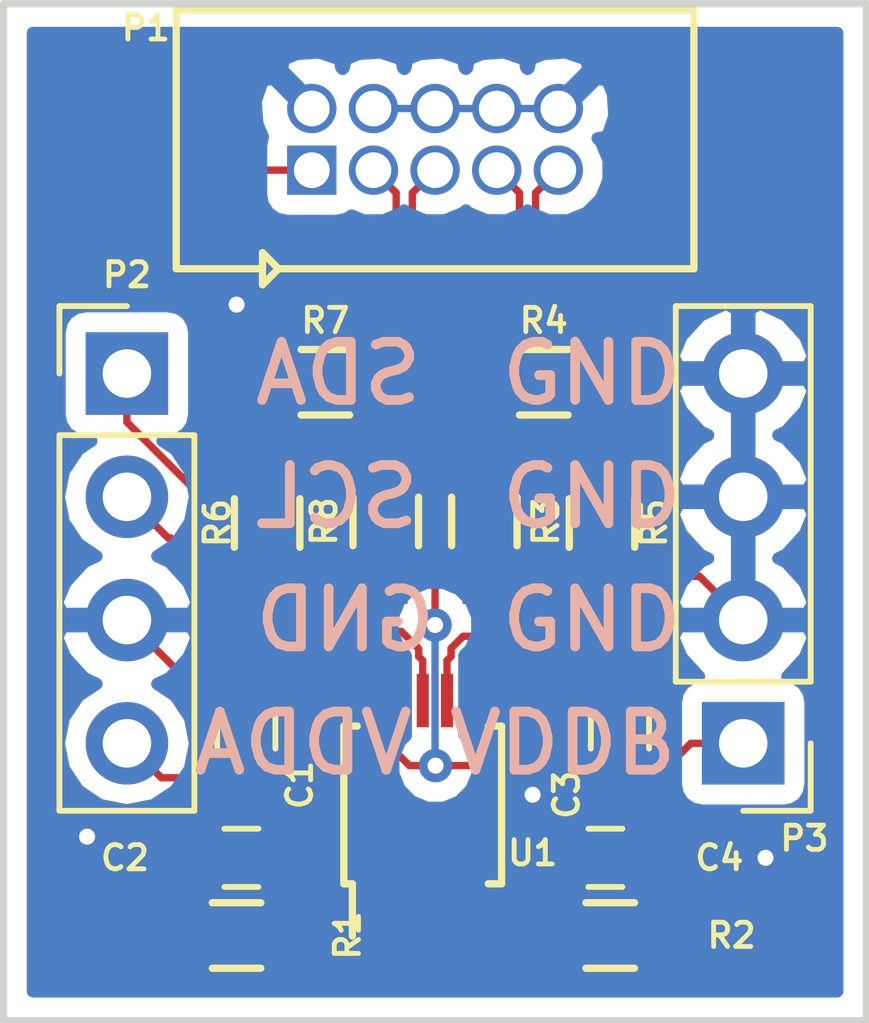
<source format=kicad_pcb>
(kicad_pcb (version 4) (host pcbnew 4.0.4+e1-6308~48~ubuntu15.10.1-stable)

  (general
    (links 41)
    (no_connects 0)
    (area 100.424267 99.6566 123.095734 123.7274)
    (thickness 1.6)
    (drawings 12)
    (tracks 149)
    (zones 0)
    (modules 16)
    (nets 11)
  )

  (page A4)
  (layers
    (0 F.Cu signal)
    (31 B.Cu signal)
    (32 B.Adhes user hide)
    (33 F.Adhes user)
    (34 B.Paste user)
    (35 F.Paste user)
    (36 B.SilkS user)
    (37 F.SilkS user)
    (38 B.Mask user)
    (39 F.Mask user)
    (40 Dwgs.User user)
    (41 Cmts.User user)
    (42 Eco1.User user)
    (43 Eco2.User user)
    (44 Edge.Cuts user)
    (45 Margin user)
    (46 B.CrtYd user)
    (47 F.CrtYd user)
    (48 B.Fab user hide)
    (49 F.Fab user hide)
  )

  (setup
    (last_trace_width 0.1524)
    (trace_clearance 0.1524)
    (zone_clearance 0.4)
    (zone_45_only no)
    (trace_min 0.1524)
    (segment_width 0.2)
    (edge_width 0.15)
    (via_size 0.6858)
    (via_drill 0.3302)
    (via_min_size 0.6858)
    (via_min_drill 0.3302)
    (uvia_size 0.0254)
    (uvia_drill 0)
    (uvias_allowed no)
    (uvia_min_size 0)
    (uvia_min_drill 0)
    (pcb_text_width 0.3)
    (pcb_text_size 1.5 1.5)
    (mod_edge_width 0.15)
    (mod_text_size 1 1)
    (mod_text_width 0.15)
    (pad_size 1.524 1.524)
    (pad_drill 0.762)
    (pad_to_mask_clearance 0.1)
    (aux_axis_origin 102.87 101.6)
    (grid_origin 102.87 101.6)
    (visible_elements FFFFFF7F)
    (pcbplotparams
      (layerselection 0x00030_80000001)
      (usegerberextensions false)
      (excludeedgelayer true)
      (linewidth 0.100000)
      (plotframeref false)
      (viasonmask false)
      (mode 1)
      (useauxorigin false)
      (hpglpennumber 1)
      (hpglpenspeed 20)
      (hpglpendiameter 15)
      (hpglpenoverlay 2)
      (psnegative false)
      (psa4output false)
      (plotreference true)
      (plotvalue true)
      (plotinvisibletext false)
      (padsonsilk false)
      (subtractmaskfromsilk false)
      (outputformat 1)
      (mirror false)
      (drillshape 1)
      (scaleselection 1)
      (outputdirectory ""))
  )

  (net 0 "")
  (net 1 VDDA)
  (net 2 GNDD)
  (net 3 VDDB)
  (net 4 "Net-(P1-Pad1)")
  (net 5 /DSDA0_N)
  (net 6 /DSDA0_P)
  (net 7 /DSCL0_P)
  (net 8 /DSCL0_N)
  (net 9 /SDA)
  (net 10 /SCL)

  (net_class Default "This is the default net class."
    (clearance 0.1524)
    (trace_width 0.1524)
    (via_dia 0.6858)
    (via_drill 0.3302)
    (uvia_dia 0.0254)
    (uvia_drill 0)
    (add_net /DSCL0_N)
    (add_net /DSCL0_P)
    (add_net /DSDA0_N)
    (add_net /DSDA0_P)
    (add_net /SCL)
    (add_net /SDA)
    (add_net GNDD)
    (add_net "Net-(P1-Pad1)")
    (add_net VDDA)
    (add_net VDDB)
  )

  (module Capacitors_SMD:C_0603_HandSoldering (layer F.Cu) (tedit 588E805A) (tstamp 588E7071)
    (at 107.87 116.6 90)
    (descr "Capacitor SMD 0603, hand soldering")
    (tags "capacitor 0603")
    (path /5879C083)
    (attr smd)
    (fp_text reference C1 (at -1.1 1.1 270) (layer F.SilkS)
      (effects (font (size 0.5 0.5) (thickness 0.1)))
    )
    (fp_text value 1uF (at 0 1.9 90) (layer F.Fab)
      (effects (font (size 1 1) (thickness 0.15)))
    )
    (fp_line (start -0.8 0.4) (end -0.8 -0.4) (layer F.Fab) (width 0.1))
    (fp_line (start 0.8 0.4) (end -0.8 0.4) (layer F.Fab) (width 0.1))
    (fp_line (start 0.8 -0.4) (end 0.8 0.4) (layer F.Fab) (width 0.1))
    (fp_line (start -0.8 -0.4) (end 0.8 -0.4) (layer F.Fab) (width 0.1))
    (fp_line (start -1.85 -0.75) (end 1.85 -0.75) (layer F.CrtYd) (width 0.05))
    (fp_line (start -1.85 0.75) (end 1.85 0.75) (layer F.CrtYd) (width 0.05))
    (fp_line (start -1.85 -0.75) (end -1.85 0.75) (layer F.CrtYd) (width 0.05))
    (fp_line (start 1.85 -0.75) (end 1.85 0.75) (layer F.CrtYd) (width 0.05))
    (fp_line (start -0.35 -0.6) (end 0.35 -0.6) (layer F.SilkS) (width 0.12))
    (fp_line (start 0.35 0.6) (end -0.35 0.6) (layer F.SilkS) (width 0.12))
    (pad 1 smd rect (at -0.95 0 90) (size 1.2 0.75) (layers F.Cu F.Paste F.Mask)
      (net 1 VDDA))
    (pad 2 smd rect (at 0.95 0 90) (size 1.2 0.75) (layers F.Cu F.Paste F.Mask)
      (net 2 GNDD))
    (model Capacitors_SMD.3dshapes/C_0603_HandSoldering.wrl
      (at (xyz 0 0 0))
      (scale (xyz 1 1 1))
      (rotate (xyz 0 0 0))
    )
  )

  (module Capacitors_SMD:C_0603_HandSoldering (layer F.Cu) (tedit 588E8053) (tstamp 588E7077)
    (at 107.77 119.2 180)
    (descr "Capacitor SMD 0603, hand soldering")
    (tags "capacitor 0603")
    (path /5879BF70)
    (attr smd)
    (fp_text reference C2 (at 2.4 0 360) (layer F.SilkS)
      (effects (font (size 0.5 0.5) (thickness 0.1)))
    )
    (fp_text value 0.1uF (at 0 1.9 180) (layer F.Fab)
      (effects (font (size 1 1) (thickness 0.15)))
    )
    (fp_line (start -0.8 0.4) (end -0.8 -0.4) (layer F.Fab) (width 0.1))
    (fp_line (start 0.8 0.4) (end -0.8 0.4) (layer F.Fab) (width 0.1))
    (fp_line (start 0.8 -0.4) (end 0.8 0.4) (layer F.Fab) (width 0.1))
    (fp_line (start -0.8 -0.4) (end 0.8 -0.4) (layer F.Fab) (width 0.1))
    (fp_line (start -1.85 -0.75) (end 1.85 -0.75) (layer F.CrtYd) (width 0.05))
    (fp_line (start -1.85 0.75) (end 1.85 0.75) (layer F.CrtYd) (width 0.05))
    (fp_line (start -1.85 -0.75) (end -1.85 0.75) (layer F.CrtYd) (width 0.05))
    (fp_line (start 1.85 -0.75) (end 1.85 0.75) (layer F.CrtYd) (width 0.05))
    (fp_line (start -0.35 -0.6) (end 0.35 -0.6) (layer F.SilkS) (width 0.12))
    (fp_line (start 0.35 0.6) (end -0.35 0.6) (layer F.SilkS) (width 0.12))
    (pad 1 smd rect (at -0.95 0 180) (size 1.2 0.75) (layers F.Cu F.Paste F.Mask)
      (net 1 VDDA))
    (pad 2 smd rect (at 0.95 0 180) (size 1.2 0.75) (layers F.Cu F.Paste F.Mask)
      (net 2 GNDD))
    (model Capacitors_SMD.3dshapes/C_0603_HandSoldering.wrl
      (at (xyz 0 0 0))
      (scale (xyz 1 1 1))
      (rotate (xyz 0 0 0))
    )
  )

  (module Capacitors_SMD:C_0603_HandSoldering (layer F.Cu) (tedit 588E7DC0) (tstamp 588E707D)
    (at 115.57 116.6 90)
    (descr "Capacitor SMD 0603, hand soldering")
    (tags "capacitor 0603")
    (path /588F068C)
    (attr smd)
    (fp_text reference C3 (at -1.3 -1.1 270) (layer F.SilkS)
      (effects (font (size 0.5 0.5) (thickness 0.1)))
    )
    (fp_text value 1uF (at 0 1.9 90) (layer F.Fab)
      (effects (font (size 1 1) (thickness 0.15)))
    )
    (fp_line (start -0.8 0.4) (end -0.8 -0.4) (layer F.Fab) (width 0.1))
    (fp_line (start 0.8 0.4) (end -0.8 0.4) (layer F.Fab) (width 0.1))
    (fp_line (start 0.8 -0.4) (end 0.8 0.4) (layer F.Fab) (width 0.1))
    (fp_line (start -0.8 -0.4) (end 0.8 -0.4) (layer F.Fab) (width 0.1))
    (fp_line (start -1.85 -0.75) (end 1.85 -0.75) (layer F.CrtYd) (width 0.05))
    (fp_line (start -1.85 0.75) (end 1.85 0.75) (layer F.CrtYd) (width 0.05))
    (fp_line (start -1.85 -0.75) (end -1.85 0.75) (layer F.CrtYd) (width 0.05))
    (fp_line (start 1.85 -0.75) (end 1.85 0.75) (layer F.CrtYd) (width 0.05))
    (fp_line (start -0.35 -0.6) (end 0.35 -0.6) (layer F.SilkS) (width 0.12))
    (fp_line (start 0.35 0.6) (end -0.35 0.6) (layer F.SilkS) (width 0.12))
    (pad 1 smd rect (at -0.95 0 90) (size 1.2 0.75) (layers F.Cu F.Paste F.Mask)
      (net 3 VDDB))
    (pad 2 smd rect (at 0.95 0 90) (size 1.2 0.75) (layers F.Cu F.Paste F.Mask)
      (net 2 GNDD))
    (model Capacitors_SMD.3dshapes/C_0603_HandSoldering.wrl
      (at (xyz 0 0 0))
      (scale (xyz 1 1 1))
      (rotate (xyz 0 0 0))
    )
  )

  (module Capacitors_SMD:C_0603_HandSoldering (layer F.Cu) (tedit 588E7DBD) (tstamp 588E7083)
    (at 115.27 119.2)
    (descr "Capacitor SMD 0603, hand soldering")
    (tags "capacitor 0603")
    (path /588F0681)
    (attr smd)
    (fp_text reference C4 (at 2.35 0 180) (layer F.SilkS)
      (effects (font (size 0.5 0.5) (thickness 0.1)))
    )
    (fp_text value 0.1uF (at 0 1.9) (layer F.Fab)
      (effects (font (size 1 1) (thickness 0.15)))
    )
    (fp_line (start -0.8 0.4) (end -0.8 -0.4) (layer F.Fab) (width 0.1))
    (fp_line (start 0.8 0.4) (end -0.8 0.4) (layer F.Fab) (width 0.1))
    (fp_line (start 0.8 -0.4) (end 0.8 0.4) (layer F.Fab) (width 0.1))
    (fp_line (start -0.8 -0.4) (end 0.8 -0.4) (layer F.Fab) (width 0.1))
    (fp_line (start -1.85 -0.75) (end 1.85 -0.75) (layer F.CrtYd) (width 0.05))
    (fp_line (start -1.85 0.75) (end 1.85 0.75) (layer F.CrtYd) (width 0.05))
    (fp_line (start -1.85 -0.75) (end -1.85 0.75) (layer F.CrtYd) (width 0.05))
    (fp_line (start 1.85 -0.75) (end 1.85 0.75) (layer F.CrtYd) (width 0.05))
    (fp_line (start -0.35 -0.6) (end 0.35 -0.6) (layer F.SilkS) (width 0.12))
    (fp_line (start 0.35 0.6) (end -0.35 0.6) (layer F.SilkS) (width 0.12))
    (pad 1 smd rect (at -0.95 0) (size 1.2 0.75) (layers F.Cu F.Paste F.Mask)
      (net 3 VDDB))
    (pad 2 smd rect (at 0.95 0) (size 1.2 0.75) (layers F.Cu F.Paste F.Mask)
      (net 2 GNDD))
    (model Capacitors_SMD.3dshapes/C_0603_HandSoldering.wrl
      (at (xyz 0 0 0))
      (scale (xyz 1 1 1))
      (rotate (xyz 0 0 0))
    )
  )

  (module double_jump_electric_component_library:3M_ribbon_connector_thru_5x2_.05in_pitch_45210-600230 (layer F.Cu) (tedit 588E7D99) (tstamp 588E709E)
    (at 111.76 104.394)
    (descr http://www.mouser.com/ds/2/1/CD2437-269173.pdf)
    (tags "3M, shrouded header, 1.27mm pitch")
    (path /58780C1B)
    (fp_text reference P1 (at -5.96 -2.294) (layer F.SilkS)
      (effects (font (size 0.5 0.5) (thickness 0.1)))
    )
    (fp_text value CONN_02X05 (at 0 -3.81) (layer F.Fab)
      (effects (font (size 1 1) (thickness 0.15)))
    )
    (fp_line (start -5.334 -2.667) (end -5.334 2.667) (layer F.CrtYd) (width 0.15))
    (fp_line (start -5.334 2.667) (end 5.334 2.667) (layer F.CrtYd) (width 0.15))
    (fp_line (start 5.334 2.667) (end 5.334 -2.667) (layer F.CrtYd) (width 0.15))
    (fp_line (start 5.334 -2.667) (end -5.334 -2.667) (layer F.CrtYd) (width 0.15))
    (fp_line (start -3.556 2.667) (end -3.556 2.3368) (layer F.SilkS) (width 0.15))
    (fp_line (start -3.556 2.3368) (end -3.2258 2.667) (layer F.SilkS) (width 0.15))
    (fp_line (start -3.2258 2.667) (end -3.556 2.9972) (layer F.SilkS) (width 0.15))
    (fp_line (start -3.556 2.9972) (end -3.556 2.667) (layer F.SilkS) (width 0.15))
    (fp_line (start 5.334 2.667) (end -3.2 2.667) (layer F.SilkS) (width 0.15))
    (fp_line (start 5.334 2.667) (end 5.334 -2.667) (layer F.SilkS) (width 0.15))
    (fp_line (start 5.334 -2.667) (end -5.334 -2.667) (layer F.SilkS) (width 0.15))
    (fp_line (start -5.334 -2.667) (end -5.334 2.667) (layer F.SilkS) (width 0.15))
    (fp_line (start -5.334 2.667) (end -3.556 2.667) (layer F.SilkS) (width 0.15))
    (pad 1 thru_hole rect (at -2.54 0.635) (size 1.016 1.016) (drill 0.7366) (layers *.Cu *.Mask)
      (net 4 "Net-(P1-Pad1)"))
    (pad 3 thru_hole circle (at -1.27 0.635) (size 1.016 1.016) (drill 0.7366) (layers *.Cu *.Mask)
      (net 5 /DSDA0_N))
    (pad 5 thru_hole circle (at 0 0.635) (size 1.016 1.016) (drill 0.7366) (layers *.Cu *.Mask)
      (net 6 /DSDA0_P))
    (pad 7 thru_hole circle (at 1.27 0.635) (size 1.016 1.016) (drill 0.7366) (layers *.Cu *.Mask)
      (net 7 /DSCL0_P))
    (pad 9 thru_hole circle (at 2.54 0.635) (size 1.016 1.016) (drill 0.7366) (layers *.Cu *.Mask)
      (net 8 /DSCL0_N))
    (pad 2 thru_hole circle (at -2.54 -0.635) (size 1.016 1.016) (drill 0.7366) (layers *.Cu *.Mask)
      (net 2 GNDD))
    (pad 4 thru_hole circle (at -1.27 -0.635) (size 1.016 1.016) (drill 0.7366) (layers *.Cu *.Mask)
      (net 2 GNDD))
    (pad 6 thru_hole circle (at 0 -0.635) (size 1.016 1.016) (drill 0.7366) (layers *.Cu *.Mask)
      (net 2 GNDD))
    (pad 8 thru_hole circle (at 1.27 -0.635) (size 1.016 1.016) (drill 0.7366) (layers *.Cu *.Mask)
      (net 2 GNDD))
    (pad 10 thru_hole circle (at 2.54 -0.635) (size 1.016 1.016) (drill 0.7366) (layers *.Cu *.Mask)
      (net 2 GNDD))
  )

  (module Resistors_SMD:R_0603_HandSoldering (layer F.Cu) (tedit 588E7D82) (tstamp 588E70B4)
    (at 107.67 120.8)
    (descr "Resistor SMD 0603, hand soldering")
    (tags "resistor 0603")
    (path /588ED93D)
    (attr smd)
    (fp_text reference R1 (at 2.286 0 90) (layer F.SilkS)
      (effects (font (size 0.5 0.5) (thickness 0.1)))
    )
    (fp_text value 0 (at 0 1.9) (layer F.Fab)
      (effects (font (size 1 1) (thickness 0.15)))
    )
    (fp_line (start -0.8 0.4) (end -0.8 -0.4) (layer F.Fab) (width 0.1))
    (fp_line (start 0.8 0.4) (end -0.8 0.4) (layer F.Fab) (width 0.1))
    (fp_line (start 0.8 -0.4) (end 0.8 0.4) (layer F.Fab) (width 0.1))
    (fp_line (start -0.8 -0.4) (end 0.8 -0.4) (layer F.Fab) (width 0.1))
    (fp_line (start -2 -0.8) (end 2 -0.8) (layer F.CrtYd) (width 0.05))
    (fp_line (start -2 0.8) (end 2 0.8) (layer F.CrtYd) (width 0.05))
    (fp_line (start -2 -0.8) (end -2 0.8) (layer F.CrtYd) (width 0.05))
    (fp_line (start 2 -0.8) (end 2 0.8) (layer F.CrtYd) (width 0.05))
    (fp_line (start 0.5 0.675) (end -0.5 0.675) (layer F.SilkS) (width 0.15))
    (fp_line (start -0.5 -0.675) (end 0.5 -0.675) (layer F.SilkS) (width 0.15))
    (pad 1 smd rect (at -1.1 0) (size 1.2 0.9) (layers F.Cu F.Paste F.Mask)
      (net 4 "Net-(P1-Pad1)"))
    (pad 2 smd rect (at 1.1 0) (size 1.2 0.9) (layers F.Cu F.Paste F.Mask)
      (net 1 VDDA))
    (model Resistors_SMD.3dshapes/R_0603_HandSoldering.wrl
      (at (xyz 0 0 0))
      (scale (xyz 1 1 1))
      (rotate (xyz 0 0 0))
    )
  )

  (module Resistors_SMD:R_0603_HandSoldering (layer F.Cu) (tedit 588E7D7D) (tstamp 588E70BA)
    (at 115.37 120.8)
    (descr "Resistor SMD 0603, hand soldering")
    (tags "resistor 0603")
    (path /588EDC5C)
    (attr smd)
    (fp_text reference R2 (at 2.5 0 180) (layer F.SilkS)
      (effects (font (size 0.5 0.5) (thickness 0.1)))
    )
    (fp_text value 0 (at 0 1.9) (layer F.Fab)
      (effects (font (size 1 1) (thickness 0.15)))
    )
    (fp_line (start -0.8 0.4) (end -0.8 -0.4) (layer F.Fab) (width 0.1))
    (fp_line (start 0.8 0.4) (end -0.8 0.4) (layer F.Fab) (width 0.1))
    (fp_line (start 0.8 -0.4) (end 0.8 0.4) (layer F.Fab) (width 0.1))
    (fp_line (start -0.8 -0.4) (end 0.8 -0.4) (layer F.Fab) (width 0.1))
    (fp_line (start -2 -0.8) (end 2 -0.8) (layer F.CrtYd) (width 0.05))
    (fp_line (start -2 0.8) (end 2 0.8) (layer F.CrtYd) (width 0.05))
    (fp_line (start -2 -0.8) (end -2 0.8) (layer F.CrtYd) (width 0.05))
    (fp_line (start 2 -0.8) (end 2 0.8) (layer F.CrtYd) (width 0.05))
    (fp_line (start 0.5 0.675) (end -0.5 0.675) (layer F.SilkS) (width 0.15))
    (fp_line (start -0.5 -0.675) (end 0.5 -0.675) (layer F.SilkS) (width 0.15))
    (pad 1 smd rect (at -1.1 0) (size 1.2 0.9) (layers F.Cu F.Paste F.Mask)
      (net 4 "Net-(P1-Pad1)"))
    (pad 2 smd rect (at 1.1 0) (size 1.2 0.9) (layers F.Cu F.Paste F.Mask)
      (net 2 GNDD))
    (model Resistors_SMD.3dshapes/R_0603_HandSoldering.wrl
      (at (xyz 0 0 0))
      (scale (xyz 1 1 1))
      (rotate (xyz 0 0 0))
    )
  )

  (module Resistors_SMD:R_0603_HandSoldering (layer F.Cu) (tedit 588E7D60) (tstamp 588E70C0)
    (at 112.776 112.268 90)
    (descr "Resistor SMD 0603, hand soldering")
    (tags "resistor 0603")
    (path /58705BF4)
    (attr smd)
    (fp_text reference R3 (at 0 1.27 90) (layer F.SilkS)
      (effects (font (size 0.5 0.5) (thickness 0.1)))
    )
    (fp_text value TBD (at 0 1.9 90) (layer F.Fab)
      (effects (font (size 1 1) (thickness 0.15)))
    )
    (fp_line (start -0.8 0.4) (end -0.8 -0.4) (layer F.Fab) (width 0.1))
    (fp_line (start 0.8 0.4) (end -0.8 0.4) (layer F.Fab) (width 0.1))
    (fp_line (start 0.8 -0.4) (end 0.8 0.4) (layer F.Fab) (width 0.1))
    (fp_line (start -0.8 -0.4) (end 0.8 -0.4) (layer F.Fab) (width 0.1))
    (fp_line (start -2 -0.8) (end 2 -0.8) (layer F.CrtYd) (width 0.05))
    (fp_line (start -2 0.8) (end 2 0.8) (layer F.CrtYd) (width 0.05))
    (fp_line (start -2 -0.8) (end -2 0.8) (layer F.CrtYd) (width 0.05))
    (fp_line (start 2 -0.8) (end 2 0.8) (layer F.CrtYd) (width 0.05))
    (fp_line (start 0.5 0.675) (end -0.5 0.675) (layer F.SilkS) (width 0.15))
    (fp_line (start -0.5 -0.675) (end 0.5 -0.675) (layer F.SilkS) (width 0.15))
    (pad 1 smd rect (at -1.1 0 90) (size 1.2 0.9) (layers F.Cu F.Paste F.Mask)
      (net 3 VDDB))
    (pad 2 smd rect (at 1.1 0 90) (size 1.2 0.9) (layers F.Cu F.Paste F.Mask)
      (net 7 /DSCL0_P))
    (model Resistors_SMD.3dshapes/R_0603_HandSoldering.wrl
      (at (xyz 0 0 0))
      (scale (xyz 1 1 1))
      (rotate (xyz 0 0 0))
    )
  )

  (module Resistors_SMD:R_0603_HandSoldering (layer F.Cu) (tedit 588E7D4D) (tstamp 588E70C6)
    (at 114 109.4)
    (descr "Resistor SMD 0603, hand soldering")
    (tags "resistor 0603")
    (path /587058C5)
    (attr smd)
    (fp_text reference R4 (at 0 -1.27) (layer F.SilkS)
      (effects (font (size 0.5 0.5) (thickness 0.1)))
    )
    (fp_text value TBD (at 0 1.9) (layer F.Fab)
      (effects (font (size 1 1) (thickness 0.15)))
    )
    (fp_line (start -0.8 0.4) (end -0.8 -0.4) (layer F.Fab) (width 0.1))
    (fp_line (start 0.8 0.4) (end -0.8 0.4) (layer F.Fab) (width 0.1))
    (fp_line (start 0.8 -0.4) (end 0.8 0.4) (layer F.Fab) (width 0.1))
    (fp_line (start -0.8 -0.4) (end 0.8 -0.4) (layer F.Fab) (width 0.1))
    (fp_line (start -2 -0.8) (end 2 -0.8) (layer F.CrtYd) (width 0.05))
    (fp_line (start -2 0.8) (end 2 0.8) (layer F.CrtYd) (width 0.05))
    (fp_line (start -2 -0.8) (end -2 0.8) (layer F.CrtYd) (width 0.05))
    (fp_line (start 2 -0.8) (end 2 0.8) (layer F.CrtYd) (width 0.05))
    (fp_line (start 0.5 0.675) (end -0.5 0.675) (layer F.SilkS) (width 0.15))
    (fp_line (start -0.5 -0.675) (end 0.5 -0.675) (layer F.SilkS) (width 0.15))
    (pad 1 smd rect (at -1.1 0) (size 1.2 0.9) (layers F.Cu F.Paste F.Mask)
      (net 7 /DSCL0_P))
    (pad 2 smd rect (at 1.1 0) (size 1.2 0.9) (layers F.Cu F.Paste F.Mask)
      (net 8 /DSCL0_N))
    (model Resistors_SMD.3dshapes/R_0603_HandSoldering.wrl
      (at (xyz 0 0 0))
      (scale (xyz 1 1 1))
      (rotate (xyz 0 0 0))
    )
  )

  (module Resistors_SMD:R_0603_HandSoldering (layer F.Cu) (tedit 588E7D5C) (tstamp 588E70CC)
    (at 115.2 112.3 270)
    (descr "Resistor SMD 0603, hand soldering")
    (tags "resistor 0603")
    (path /58705B5F)
    (attr smd)
    (fp_text reference R5 (at 0 -1.07 450) (layer F.SilkS)
      (effects (font (size 0.5 0.5) (thickness 0.1)))
    )
    (fp_text value TBD (at 0 1.9 270) (layer F.Fab)
      (effects (font (size 1 1) (thickness 0.15)))
    )
    (fp_line (start -0.8 0.4) (end -0.8 -0.4) (layer F.Fab) (width 0.1))
    (fp_line (start 0.8 0.4) (end -0.8 0.4) (layer F.Fab) (width 0.1))
    (fp_line (start 0.8 -0.4) (end 0.8 0.4) (layer F.Fab) (width 0.1))
    (fp_line (start -0.8 -0.4) (end 0.8 -0.4) (layer F.Fab) (width 0.1))
    (fp_line (start -2 -0.8) (end 2 -0.8) (layer F.CrtYd) (width 0.05))
    (fp_line (start -2 0.8) (end 2 0.8) (layer F.CrtYd) (width 0.05))
    (fp_line (start -2 -0.8) (end -2 0.8) (layer F.CrtYd) (width 0.05))
    (fp_line (start 2 -0.8) (end 2 0.8) (layer F.CrtYd) (width 0.05))
    (fp_line (start 0.5 0.675) (end -0.5 0.675) (layer F.SilkS) (width 0.15))
    (fp_line (start -0.5 -0.675) (end 0.5 -0.675) (layer F.SilkS) (width 0.15))
    (pad 1 smd rect (at -1.1 0 270) (size 1.2 0.9) (layers F.Cu F.Paste F.Mask)
      (net 8 /DSCL0_N))
    (pad 2 smd rect (at 1.1 0 270) (size 1.2 0.9) (layers F.Cu F.Paste F.Mask)
      (net 2 GNDD))
    (model Resistors_SMD.3dshapes/R_0603_HandSoldering.wrl
      (at (xyz 0 0 0))
      (scale (xyz 1 1 1))
      (rotate (xyz 0 0 0))
    )
  )

  (module Resistors_SMD:R_0603_HandSoldering (layer F.Cu) (tedit 588E7D58) (tstamp 588E70D2)
    (at 108.3 112.3 90)
    (descr "Resistor SMD 0603, hand soldering")
    (tags "resistor 0603")
    (path /587060A2)
    (attr smd)
    (fp_text reference R6 (at 0 -1.03 270) (layer F.SilkS)
      (effects (font (size 0.5 0.5) (thickness 0.1)))
    )
    (fp_text value 750 (at 0 1.9 90) (layer F.Fab)
      (effects (font (size 1 1) (thickness 0.15)))
    )
    (fp_line (start -0.8 0.4) (end -0.8 -0.4) (layer F.Fab) (width 0.1))
    (fp_line (start 0.8 0.4) (end -0.8 0.4) (layer F.Fab) (width 0.1))
    (fp_line (start 0.8 -0.4) (end 0.8 0.4) (layer F.Fab) (width 0.1))
    (fp_line (start -0.8 -0.4) (end 0.8 -0.4) (layer F.Fab) (width 0.1))
    (fp_line (start -2 -0.8) (end 2 -0.8) (layer F.CrtYd) (width 0.05))
    (fp_line (start -2 0.8) (end 2 0.8) (layer F.CrtYd) (width 0.05))
    (fp_line (start -2 -0.8) (end -2 0.8) (layer F.CrtYd) (width 0.05))
    (fp_line (start 2 -0.8) (end 2 0.8) (layer F.CrtYd) (width 0.05))
    (fp_line (start 0.5 0.675) (end -0.5 0.675) (layer F.SilkS) (width 0.15))
    (fp_line (start -0.5 -0.675) (end 0.5 -0.675) (layer F.SilkS) (width 0.15))
    (pad 1 smd rect (at -1.1 0 90) (size 1.2 0.9) (layers F.Cu F.Paste F.Mask)
      (net 2 GNDD))
    (pad 2 smd rect (at 1.1 0 90) (size 1.2 0.9) (layers F.Cu F.Paste F.Mask)
      (net 5 /DSDA0_N))
    (model Resistors_SMD.3dshapes/R_0603_HandSoldering.wrl
      (at (xyz 0 0 0))
      (scale (xyz 1 1 1))
      (rotate (xyz 0 0 0))
    )
  )

  (module Resistors_SMD:R_0603_HandSoldering (layer F.Cu) (tedit 588E7D51) (tstamp 588E70D8)
    (at 109.5 109.4)
    (descr "Resistor SMD 0603, hand soldering")
    (tags "resistor 0603")
    (path /58705E7E)
    (attr smd)
    (fp_text reference R7 (at 0 -1.27) (layer F.SilkS)
      (effects (font (size 0.5 0.5) (thickness 0.1)))
    )
    (fp_text value 130 (at 0 1.9) (layer F.Fab)
      (effects (font (size 1 1) (thickness 0.15)))
    )
    (fp_line (start -0.8 0.4) (end -0.8 -0.4) (layer F.Fab) (width 0.1))
    (fp_line (start 0.8 0.4) (end -0.8 0.4) (layer F.Fab) (width 0.1))
    (fp_line (start 0.8 -0.4) (end 0.8 0.4) (layer F.Fab) (width 0.1))
    (fp_line (start -0.8 -0.4) (end 0.8 -0.4) (layer F.Fab) (width 0.1))
    (fp_line (start -2 -0.8) (end 2 -0.8) (layer F.CrtYd) (width 0.05))
    (fp_line (start -2 0.8) (end 2 0.8) (layer F.CrtYd) (width 0.05))
    (fp_line (start -2 -0.8) (end -2 0.8) (layer F.CrtYd) (width 0.05))
    (fp_line (start 2 -0.8) (end 2 0.8) (layer F.CrtYd) (width 0.05))
    (fp_line (start 0.5 0.675) (end -0.5 0.675) (layer F.SilkS) (width 0.15))
    (fp_line (start -0.5 -0.675) (end 0.5 -0.675) (layer F.SilkS) (width 0.15))
    (pad 1 smd rect (at -1.1 0) (size 1.2 0.9) (layers F.Cu F.Paste F.Mask)
      (net 5 /DSDA0_N))
    (pad 2 smd rect (at 1.1 0) (size 1.2 0.9) (layers F.Cu F.Paste F.Mask)
      (net 6 /DSDA0_P))
    (model Resistors_SMD.3dshapes/R_0603_HandSoldering.wrl
      (at (xyz 0 0 0))
      (scale (xyz 1 1 1))
      (rotate (xyz 0 0 0))
    )
  )

  (module Resistors_SMD:R_0603_HandSoldering (layer F.Cu) (tedit 588E7D63) (tstamp 588E70DE)
    (at 110.744 112.268 270)
    (descr "Resistor SMD 0603, hand soldering")
    (tags "resistor 0603")
    (path /5870605A)
    (attr smd)
    (fp_text reference R8 (at 0 1.27 270) (layer F.SilkS)
      (effects (font (size 0.5 0.5) (thickness 0.1)))
    )
    (fp_text value 750 (at 0 1.9 270) (layer F.Fab)
      (effects (font (size 1 1) (thickness 0.15)))
    )
    (fp_line (start -0.8 0.4) (end -0.8 -0.4) (layer F.Fab) (width 0.1))
    (fp_line (start 0.8 0.4) (end -0.8 0.4) (layer F.Fab) (width 0.1))
    (fp_line (start 0.8 -0.4) (end 0.8 0.4) (layer F.Fab) (width 0.1))
    (fp_line (start -0.8 -0.4) (end 0.8 -0.4) (layer F.Fab) (width 0.1))
    (fp_line (start -2 -0.8) (end 2 -0.8) (layer F.CrtYd) (width 0.05))
    (fp_line (start -2 0.8) (end 2 0.8) (layer F.CrtYd) (width 0.05))
    (fp_line (start -2 -0.8) (end -2 0.8) (layer F.CrtYd) (width 0.05))
    (fp_line (start 2 -0.8) (end 2 0.8) (layer F.CrtYd) (width 0.05))
    (fp_line (start 0.5 0.675) (end -0.5 0.675) (layer F.SilkS) (width 0.15))
    (fp_line (start -0.5 -0.675) (end 0.5 -0.675) (layer F.SilkS) (width 0.15))
    (pad 1 smd rect (at -1.1 0 270) (size 1.2 0.9) (layers F.Cu F.Paste F.Mask)
      (net 6 /DSDA0_P))
    (pad 2 smd rect (at 1.1 0 270) (size 1.2 0.9) (layers F.Cu F.Paste F.Mask)
      (net 3 VDDB))
    (model Resistors_SMD.3dshapes/R_0603_HandSoldering.wrl
      (at (xyz 0 0 0))
      (scale (xyz 1 1 1))
      (rotate (xyz 0 0 0))
    )
  )

  (module Housings_SSOP:TSSOP-10_3x3mm_Pitch0.5mm (layer F.Cu) (tedit 588E7DB7) (tstamp 588E70EC)
    (at 111.506 118.11 90)
    (descr "TSSOP10: plastic thin shrink small outline package; 10 leads; body width 3 mm; (see NXP SSOP-TSSOP-VSO-REFLOW.pdf and sot552-1_po.pdf)")
    (tags "SSOP 0.5")
    (path /588E5A17)
    (attr smd)
    (fp_text reference U1 (at -0.99 2.264 180) (layer F.SilkS)
      (effects (font (size 0.5 0.5) (thickness 0.1)))
    )
    (fp_text value PCA9615 (at 0 2.55 90) (layer F.Fab)
      (effects (font (size 1 1) (thickness 0.15)))
    )
    (fp_line (start -0.5 -1.5) (end 1.5 -1.5) (layer F.Fab) (width 0.15))
    (fp_line (start 1.5 -1.5) (end 1.5 1.5) (layer F.Fab) (width 0.15))
    (fp_line (start 1.5 1.5) (end -1.5 1.5) (layer F.Fab) (width 0.15))
    (fp_line (start -1.5 1.5) (end -1.5 -0.5) (layer F.Fab) (width 0.15))
    (fp_line (start -1.5 -0.5) (end -0.5 -1.5) (layer F.Fab) (width 0.15))
    (fp_line (start -2.95 -1.8) (end -2.95 1.8) (layer F.CrtYd) (width 0.05))
    (fp_line (start 2.95 -1.8) (end 2.95 1.8) (layer F.CrtYd) (width 0.05))
    (fp_line (start -2.95 -1.8) (end 2.95 -1.8) (layer F.CrtYd) (width 0.05))
    (fp_line (start -2.95 1.8) (end 2.95 1.8) (layer F.CrtYd) (width 0.05))
    (fp_line (start -1.625 -1.625) (end -1.625 -1.45) (layer F.SilkS) (width 0.15))
    (fp_line (start 1.625 -1.625) (end 1.625 -1.35) (layer F.SilkS) (width 0.15))
    (fp_line (start 1.625 1.625) (end 1.625 1.35) (layer F.SilkS) (width 0.15))
    (fp_line (start -1.625 1.625) (end -1.625 1.35) (layer F.SilkS) (width 0.15))
    (fp_line (start -1.625 -1.625) (end 1.625 -1.625) (layer F.SilkS) (width 0.15))
    (fp_line (start -1.625 1.625) (end 1.625 1.625) (layer F.SilkS) (width 0.15))
    (fp_line (start -1.625 -1.45) (end -2.7 -1.45) (layer F.SilkS) (width 0.15))
    (pad 1 smd rect (at -2.15 -1 90) (size 1.1 0.25) (layers F.Cu F.Paste F.Mask)
      (net 1 VDDA))
    (pad 2 smd rect (at -2.15 -0.5 90) (size 1.1 0.25) (layers F.Cu F.Paste F.Mask)
      (net 9 /SDA))
    (pad 3 smd rect (at -2.15 0 90) (size 1.1 0.25) (layers F.Cu F.Paste F.Mask))
    (pad 4 smd rect (at -2.15 0.5 90) (size 1.1 0.25) (layers F.Cu F.Paste F.Mask)
      (net 10 /SCL))
    (pad 5 smd rect (at -2.15 1 90) (size 1.1 0.25) (layers F.Cu F.Paste F.Mask)
      (net 2 GNDD))
    (pad 6 smd rect (at 2.15 1 90) (size 1.1 0.25) (layers F.Cu F.Paste F.Mask)
      (net 8 /DSCL0_N))
    (pad 7 smd rect (at 2.15 0.5 90) (size 1.1 0.25) (layers F.Cu F.Paste F.Mask)
      (net 7 /DSCL0_P))
    (pad 8 smd rect (at 2.15 0 90) (size 1.1 0.25) (layers F.Cu F.Paste F.Mask)
      (net 6 /DSDA0_P))
    (pad 9 smd rect (at 2.15 -0.5 90) (size 1.1 0.25) (layers F.Cu F.Paste F.Mask)
      (net 5 /DSDA0_N))
    (pad 10 smd rect (at 2.15 -1 90) (size 1.1 0.25) (layers F.Cu F.Paste F.Mask)
      (net 3 VDDB))
    (model Housings_SSOP.3dshapes/TSSOP-10_3x3mm_Pitch0.5mm.wrl
      (at (xyz 0 0 0))
      (scale (xyz 1 1 1))
      (rotate (xyz 0 0 0))
    )
  )

  (module Pin_Headers:Pin_Header_Straight_1x04_Pitch2.54mm (layer F.Cu) (tedit 588E7DAD) (tstamp 588E7272)
    (at 105.41 109.22)
    (descr "Through hole straight pin header, 1x04, 2.54mm pitch, single row")
    (tags "Through hole pin header THT 1x04 2.54mm single row")
    (path /588E6994)
    (fp_text reference P2 (at 0 -2.032) (layer F.SilkS)
      (effects (font (size 0.5 0.5) (thickness 0.1)))
    )
    (fp_text value CONN_01X04 (at 0 10.01) (layer F.Fab)
      (effects (font (size 1 1) (thickness 0.15)))
    )
    (fp_line (start -1.27 -1.27) (end -1.27 8.89) (layer F.Fab) (width 0.1))
    (fp_line (start -1.27 8.89) (end 1.27 8.89) (layer F.Fab) (width 0.1))
    (fp_line (start 1.27 8.89) (end 1.27 -1.27) (layer F.Fab) (width 0.1))
    (fp_line (start 1.27 -1.27) (end -1.27 -1.27) (layer F.Fab) (width 0.1))
    (fp_line (start -1.39 1.27) (end -1.39 9.01) (layer F.SilkS) (width 0.12))
    (fp_line (start -1.39 9.01) (end 1.39 9.01) (layer F.SilkS) (width 0.12))
    (fp_line (start 1.39 9.01) (end 1.39 1.27) (layer F.SilkS) (width 0.12))
    (fp_line (start 1.39 1.27) (end -1.39 1.27) (layer F.SilkS) (width 0.12))
    (fp_line (start -1.39 0) (end -1.39 -1.39) (layer F.SilkS) (width 0.12))
    (fp_line (start -1.39 -1.39) (end 0 -1.39) (layer F.SilkS) (width 0.12))
    (fp_line (start -1.6 -1.6) (end -1.6 9.2) (layer F.CrtYd) (width 0.05))
    (fp_line (start -1.6 9.2) (end 1.6 9.2) (layer F.CrtYd) (width 0.05))
    (fp_line (start 1.6 9.2) (end 1.6 -1.6) (layer F.CrtYd) (width 0.05))
    (fp_line (start 1.6 -1.6) (end -1.6 -1.6) (layer F.CrtYd) (width 0.05))
    (pad 1 thru_hole rect (at 0 0) (size 1.7 1.7) (drill 1) (layers *.Cu *.Mask)
      (net 10 /SCL))
    (pad 2 thru_hole oval (at 0 2.54) (size 1.7 1.7) (drill 1) (layers *.Cu *.Mask)
      (net 9 /SDA))
    (pad 3 thru_hole oval (at 0 5.08) (size 1.7 1.7) (drill 1) (layers *.Cu *.Mask)
      (net 2 GNDD))
    (pad 4 thru_hole oval (at 0 7.62) (size 1.7 1.7) (drill 1) (layers *.Cu *.Mask)
      (net 1 VDDA))
    (model Pin_Headers.3dshapes/Pin_Header_Straight_1x04_Pitch2.54mm.wrl
      (at (xyz 0 -0.15 0))
      (scale (xyz 1 1 1))
      (rotate (xyz 0 0 90))
    )
  )

  (module Pin_Headers:Pin_Header_Straight_1x04_Pitch2.54mm (layer F.Cu) (tedit 588E7DA7) (tstamp 588E7303)
    (at 118.11 116.84 180)
    (descr "Through hole straight pin header, 1x04, 2.54mm pitch, single row")
    (tags "Through hole pin header THT 1x04 2.54mm single row")
    (path /588E6AB5)
    (fp_text reference P3 (at -1.26 -1.96 180) (layer F.SilkS)
      (effects (font (size 0.5 0.5) (thickness 0.1)))
    )
    (fp_text value CONN_01X04 (at 0 10.01 180) (layer F.Fab)
      (effects (font (size 1 1) (thickness 0.15)))
    )
    (fp_line (start -1.27 -1.27) (end -1.27 8.89) (layer F.Fab) (width 0.1))
    (fp_line (start -1.27 8.89) (end 1.27 8.89) (layer F.Fab) (width 0.1))
    (fp_line (start 1.27 8.89) (end 1.27 -1.27) (layer F.Fab) (width 0.1))
    (fp_line (start 1.27 -1.27) (end -1.27 -1.27) (layer F.Fab) (width 0.1))
    (fp_line (start -1.39 1.27) (end -1.39 9.01) (layer F.SilkS) (width 0.12))
    (fp_line (start -1.39 9.01) (end 1.39 9.01) (layer F.SilkS) (width 0.12))
    (fp_line (start 1.39 9.01) (end 1.39 1.27) (layer F.SilkS) (width 0.12))
    (fp_line (start 1.39 1.27) (end -1.39 1.27) (layer F.SilkS) (width 0.12))
    (fp_line (start -1.39 0) (end -1.39 -1.39) (layer F.SilkS) (width 0.12))
    (fp_line (start -1.39 -1.39) (end 0 -1.39) (layer F.SilkS) (width 0.12))
    (fp_line (start -1.6 -1.6) (end -1.6 9.2) (layer F.CrtYd) (width 0.05))
    (fp_line (start -1.6 9.2) (end 1.6 9.2) (layer F.CrtYd) (width 0.05))
    (fp_line (start 1.6 9.2) (end 1.6 -1.6) (layer F.CrtYd) (width 0.05))
    (fp_line (start 1.6 -1.6) (end -1.6 -1.6) (layer F.CrtYd) (width 0.05))
    (pad 1 thru_hole rect (at 0 0 180) (size 1.7 1.7) (drill 1) (layers *.Cu *.Mask)
      (net 3 VDDB))
    (pad 2 thru_hole oval (at 0 2.54 180) (size 1.7 1.7) (drill 1) (layers *.Cu *.Mask)
      (net 2 GNDD))
    (pad 3 thru_hole oval (at 0 5.08 180) (size 1.7 1.7) (drill 1) (layers *.Cu *.Mask)
      (net 2 GNDD))
    (pad 4 thru_hole oval (at 0 7.62 180) (size 1.7 1.7) (drill 1) (layers *.Cu *.Mask)
      (net 2 GNDD))
    (model Pin_Headers.3dshapes/Pin_Header_Straight_1x04_Pitch2.54mm.wrl
      (at (xyz 0 -0.15 0))
      (scale (xyz 1 1 1))
      (rotate (xyz 0 0 90))
    )
  )

  (gr_text GND (at 113.03 109.22) (layer B.SilkS)
    (effects (font (size 1.2 1.2) (thickness 0.2)) (justify left))
  )
  (gr_text GND (at 113.03 111.76) (layer B.SilkS)
    (effects (font (size 1.2 1.2) (thickness 0.2)) (justify left))
  )
  (gr_text GND (at 113.03 114.3) (layer B.SilkS)
    (effects (font (size 1.2 1.2) (thickness 0.2)) (justify left))
  )
  (gr_text VDDB (at 116.84 116.84) (layer B.SilkS)
    (effects (font (size 1.2 1.2) (thickness 0.2)) (justify right))
  )
  (gr_text VDDA (at 106.68 116.84) (layer B.SilkS)
    (effects (font (size 1.2 1.2) (thickness 0.2)) (justify right mirror))
  )
  (gr_text GND (at 107.95 114.3) (layer B.SilkS)
    (effects (font (size 1.2 1.2) (thickness 0.2)) (justify right mirror))
  )
  (gr_text SCL (at 107.95 111.76) (layer B.SilkS)
    (effects (font (size 1.2 1.2) (thickness 0.2)) (justify right mirror))
  )
  (gr_text SDA (at 107.95 109.22) (layer B.SilkS)
    (effects (font (size 1.2 1.2) (thickness 0.2)) (justify right mirror))
  )
  (gr_line (start 102.87 122.555) (end 102.87 101.6) (layer Edge.Cuts) (width 0.15))
  (gr_line (start 120.65 122.555) (end 102.87 122.555) (layer Edge.Cuts) (width 0.15))
  (gr_line (start 120.65 101.597629) (end 120.65 122.555) (layer Edge.Cuts) (width 0.15))
  (gr_line (start 102.87 101.6) (end 120.65 101.6) (layer Edge.Cuts) (width 0.15))

  (segment (start 108.77 120.8) (end 108.77 119.25) (width 0.1524) (layer F.Cu) (net 1))
  (segment (start 108.77 119.25) (end 108.72 119.2) (width 0.1524) (layer F.Cu) (net 1))
  (segment (start 107.87 117.55) (end 106.12 117.55) (width 0.1524) (layer F.Cu) (net 1))
  (segment (start 106.12 117.55) (end 105.41 116.84) (width 0.1524) (layer F.Cu) (net 1))
  (segment (start 108.72 119.2) (end 108.72 117.8726) (width 0.1524) (layer F.Cu) (net 1))
  (segment (start 108.72 117.8726) (end 108.3974 117.55) (width 0.1524) (layer F.Cu) (net 1))
  (segment (start 108.3974 117.55) (end 107.87 117.55) (width 0.1524) (layer F.Cu) (net 1))
  (segment (start 110.506 120.26) (end 110.506 119.835) (width 0.1524) (layer F.Cu) (net 1))
  (segment (start 110.506 119.835) (end 109.871 119.2) (width 0.1524) (layer F.Cu) (net 1))
  (segment (start 109.871 119.2) (end 108.72 119.2) (width 0.1524) (layer F.Cu) (net 1))
  (segment (start 116.47 120.8) (end 116.47 119.45) (width 0.1524) (layer F.Cu) (net 2))
  (segment (start 116.47 119.45) (end 116.22 119.2) (width 0.1524) (layer F.Cu) (net 2))
  (segment (start 104.932478 119.10664) (end 104.589579 118.763741) (width 0.1524) (layer F.Cu) (net 2))
  (segment (start 105.025838 119.2) (end 104.932478 119.10664) (width 0.1524) (layer F.Cu) (net 2))
  (via (at 104.589579 118.763741) (size 0.6858) (drill 0.3302) (layers F.Cu B.Cu) (net 2))
  (segment (start 106.82 119.2) (end 105.025838 119.2) (width 0.1524) (layer F.Cu) (net 2))
  (segment (start 106.82 119.25) (end 106.82 119.2) (width 0.1524) (layer F.Cu) (net 2))
  (segment (start 106.57 119.45) (end 106.82 119.2) (width 0.1524) (layer F.Cu) (net 2))
  (segment (start 107.87 115.65) (end 106.76 115.65) (width 0.1524) (layer F.Cu) (net 2))
  (segment (start 106.76 115.65) (end 105.41 114.3) (width 0.1524) (layer F.Cu) (net 2))
  (segment (start 116.22 119.2) (end 118.57 119.2) (width 0.1524) (layer F.Cu) (net 2))
  (via (at 118.57 119.2) (size 0.6858) (drill 0.3302) (layers F.Cu B.Cu) (net 2))
  (segment (start 116.37 114.7) (end 116.77 114.3) (width 0.1524) (layer F.Cu) (net 2))
  (segment (start 116.77 114.3) (end 118.11 114.3) (width 0.1524) (layer F.Cu) (net 2))
  (segment (start 116.37 115.3774) (end 116.37 114.7) (width 0.1524) (layer F.Cu) (net 2))
  (segment (start 115.57 115.65) (end 116.0974 115.65) (width 0.1524) (layer F.Cu) (net 2))
  (segment (start 116.0974 115.65) (end 116.37 115.3774) (width 0.1524) (layer F.Cu) (net 2))
  (segment (start 112.506 119.164) (end 113.427101 118.242899) (width 0.1524) (layer F.Cu) (net 2))
  (segment (start 112.506 120.26) (end 112.506 119.164) (width 0.1524) (layer F.Cu) (net 2))
  (segment (start 113.427101 118.242899) (end 113.77 117.9) (width 0.1524) (layer F.Cu) (net 2))
  (via (at 113.77 117.9) (size 0.6858) (drill 0.3302) (layers F.Cu B.Cu) (net 2))
  (segment (start 108.3 113.4) (end 107.97 113.4) (width 0.1524) (layer F.Cu) (net 2))
  (segment (start 107.97 113.4) (end 107.27 112.7) (width 0.1524) (layer F.Cu) (net 2))
  (segment (start 107.27 112.7) (end 107.27 108.2) (width 0.1524) (layer F.Cu) (net 2))
  (segment (start 107.27 108.2) (end 107.67 107.8) (width 0.1524) (layer F.Cu) (net 2))
  (via (at 107.67 107.8) (size 0.6858) (drill 0.3302) (layers F.Cu B.Cu) (net 2))
  (segment (start 111.76 103.759) (end 110.49 103.759) (width 0.1524) (layer B.Cu) (net 2))
  (segment (start 113.03 103.759) (end 111.76 103.759) (width 0.1524) (layer B.Cu) (net 2))
  (segment (start 114.3 103.759) (end 113.03 103.759) (width 0.1524) (layer B.Cu) (net 2))
  (segment (start 115.2 113.4) (end 117.21 113.4) (width 0.1524) (layer F.Cu) (net 2))
  (segment (start 117.21 113.4) (end 118.11 114.3) (width 0.1524) (layer F.Cu) (net 2))
  (segment (start 117.03 116.84) (end 116.32 117.55) (width 0.1524) (layer F.Cu) (net 3))
  (segment (start 116.32 117.55) (end 115.57 117.55) (width 0.1524) (layer F.Cu) (net 3))
  (segment (start 118.11 116.84) (end 117.03 116.84) (width 0.1524) (layer F.Cu) (net 3))
  (segment (start 114.32 118.15) (end 114.92 117.55) (width 0.1524) (layer F.Cu) (net 3))
  (segment (start 114.92 117.55) (end 115.57 117.55) (width 0.1524) (layer F.Cu) (net 3))
  (segment (start 114.32 119.2) (end 114.32 118.15) (width 0.1524) (layer F.Cu) (net 3))
  (segment (start 115.57 117.55) (end 115.0426 117.55) (width 0.1524) (layer F.Cu) (net 3))
  (segment (start 114.7926 117.3) (end 112.254933 117.3) (width 0.1524) (layer F.Cu) (net 3))
  (segment (start 115.0426 117.55) (end 114.7926 117.3) (width 0.1524) (layer F.Cu) (net 3))
  (segment (start 112.254933 117.3) (end 111.77 117.3) (width 0.1524) (layer F.Cu) (net 3))
  (segment (start 111.232132 117.3) (end 111.285067 117.3) (width 0.1524) (layer F.Cu) (net 3))
  (segment (start 111.285067 117.3) (end 111.77 117.3) (width 0.1524) (layer F.Cu) (net 3))
  (segment (start 110.506 115.96) (end 110.506 116.573867) (width 0.1524) (layer F.Cu) (net 3))
  (segment (start 110.506 116.573867) (end 111.232132 117.3) (width 0.1524) (layer F.Cu) (net 3))
  (segment (start 111.76 117.29) (end 111.77 117.3) (width 0.1524) (layer B.Cu) (net 3))
  (segment (start 111.76 114.4016) (end 111.76 117.29) (width 0.1524) (layer B.Cu) (net 3))
  (via (at 111.77 117.3) (size 0.6858) (drill 0.3302) (layers F.Cu B.Cu) (net 3))
  (segment (start 111.76 113.368) (end 110.744 113.368) (width 0.1524) (layer F.Cu) (net 3))
  (segment (start 112.776 113.368) (end 111.76 113.368) (width 0.1524) (layer F.Cu) (net 3))
  (segment (start 111.76 113.368) (end 111.76 114.4016) (width 0.1524) (layer F.Cu) (net 3))
  (via (at 111.76 114.4016) (size 0.6858) (drill 0.3302) (layers F.Cu B.Cu) (net 3))
  (segment (start 114.27 120.8) (end 114.07 120.8) (width 0.1524) (layer F.Cu) (net 4))
  (segment (start 113.27 121.6) (end 107.47 121.6) (width 0.1524) (layer F.Cu) (net 4))
  (segment (start 114.07 120.8) (end 113.27 121.6) (width 0.1524) (layer F.Cu) (net 4))
  (segment (start 107.47 121.6) (end 106.67 120.8) (width 0.1524) (layer F.Cu) (net 4))
  (segment (start 106.67 120.8) (end 106.57 120.8) (width 0.1524) (layer F.Cu) (net 4))
  (segment (start 105.8176 120.8) (end 106.57 120.8) (width 0.1524) (layer F.Cu) (net 4))
  (segment (start 103.77 106.6) (end 105.341 105.029) (width 0.1524) (layer F.Cu) (net 4))
  (segment (start 105.341 105.029) (end 109.22 105.029) (width 0.1524) (layer F.Cu) (net 4))
  (segment (start 103.77 118.7524) (end 103.77 106.6) (width 0.1524) (layer F.Cu) (net 4))
  (segment (start 105.8176 120.8) (end 103.77 118.7524) (width 0.1524) (layer F.Cu) (net 4))
  (segment (start 109.3338 109.4) (end 109.3338 108.062316) (width 0.1524) (layer F.Cu) (net 5))
  (segment (start 109.3338 108.062316) (end 110.958801 106.437315) (width 0.1524) (layer F.Cu) (net 5))
  (segment (start 110.958801 106.437315) (end 110.958801 105.497801) (width 0.1524) (layer F.Cu) (net 5))
  (segment (start 110.958801 105.497801) (end 110.49 105.029) (width 0.1524) (layer F.Cu) (net 5))
  (segment (start 111.0898 115.02857) (end 111.0898 115.0512) (width 0.1524) (layer F.Cu) (net 5))
  (segment (start 110.92743 114.8662) (end 111.0898 115.02857) (width 0.1524) (layer F.Cu) (net 5))
  (segment (start 111.0898 115.0512) (end 111.006 115.135) (width 0.1524) (layer F.Cu) (net 5))
  (segment (start 111.006 115.135) (end 111.006 115.96) (width 0.1524) (layer F.Cu) (net 5))
  (segment (start 109.801158 114.8662) (end 110.92743 114.8662) (width 0.1524) (layer F.Cu) (net 5))
  (segment (start 109.3338 114.398842) (end 109.801158 114.8662) (width 0.1524) (layer F.Cu) (net 5))
  (segment (start 108.4 109.4) (end 109.3338 109.4) (width 0.1524) (layer F.Cu) (net 5))
  (segment (start 109.3338 109.4) (end 109.3338 114.398842) (width 0.1524) (layer F.Cu) (net 5))
  (segment (start 108.3 111.2) (end 108.3 109.5) (width 0.1524) (layer F.Cu) (net 5))
  (segment (start 108.3 109.5) (end 108.4 109.4) (width 0.1524) (layer F.Cu) (net 5))
  (segment (start 109.6662 109.4) (end 109.6662 108.2) (width 0.1524) (layer F.Cu) (net 6))
  (segment (start 109.6662 108.2) (end 111.291199 106.575001) (width 0.1524) (layer F.Cu) (net 6))
  (segment (start 111.291199 106.575001) (end 111.291199 105.497801) (width 0.1524) (layer F.Cu) (net 6))
  (segment (start 111.291199 105.497801) (end 111.76 105.029) (width 0.1524) (layer F.Cu) (net 6))
  (segment (start 111.065114 114.5338) (end 111.4222 114.890886) (width 0.1524) (layer F.Cu) (net 6))
  (segment (start 111.4222 114.890886) (end 111.4222 115.0512) (width 0.1524) (layer F.Cu) (net 6))
  (segment (start 111.4222 115.0512) (end 111.506 115.135) (width 0.1524) (layer F.Cu) (net 6))
  (segment (start 111.506 115.135) (end 111.506 115.96) (width 0.1524) (layer F.Cu) (net 6))
  (segment (start 109.938842 114.5338) (end 111.065114 114.5338) (width 0.1524) (layer F.Cu) (net 6))
  (segment (start 110.6 109.4) (end 109.6662 109.4) (width 0.1524) (layer F.Cu) (net 6))
  (segment (start 109.6662 114.261158) (end 109.938842 114.5338) (width 0.1524) (layer F.Cu) (net 6))
  (segment (start 109.6662 109.4) (end 109.6662 114.261158) (width 0.1524) (layer F.Cu) (net 6))
  (segment (start 110.744 111.168) (end 110.744 109.544) (width 0.1524) (layer F.Cu) (net 6))
  (segment (start 110.744 109.544) (end 110.6 109.4) (width 0.1524) (layer F.Cu) (net 6))
  (segment (start 112.006 115.96) (end 112.006 115.135) (width 0.1524) (layer F.Cu) (net 7))
  (segment (start 112.006 115.135) (end 112.0898 115.0512) (width 0.1524) (layer F.Cu) (net 7))
  (segment (start 112.0898 115.0512) (end 112.0898 114.882959) (width 0.1524) (layer F.Cu) (net 7))
  (segment (start 113.531158 114.6338) (end 113.8338 114.331158) (width 0.1524) (layer F.Cu) (net 7))
  (segment (start 112.0898 114.882959) (end 112.338959 114.6338) (width 0.1524) (layer F.Cu) (net 7))
  (segment (start 113.8338 114.331158) (end 113.8338 109.4) (width 0.1524) (layer F.Cu) (net 7))
  (segment (start 112.338959 114.6338) (end 113.531158 114.6338) (width 0.1524) (layer F.Cu) (net 7))
  (segment (start 112.776 111.168) (end 112.776 109.524) (width 0.1524) (layer F.Cu) (net 7))
  (segment (start 112.776 109.524) (end 112.9 109.4) (width 0.1524) (layer F.Cu) (net 7))
  (segment (start 113.8338 106.968842) (end 113.498801 106.633843) (width 0.1524) (layer F.Cu) (net 7))
  (segment (start 113.498801 106.633843) (end 113.498801 105.497801) (width 0.1524) (layer F.Cu) (net 7))
  (segment (start 113.498801 105.497801) (end 113.03 105.029) (width 0.1524) (layer F.Cu) (net 7))
  (segment (start 113.8338 109.4) (end 113.8338 106.968842) (width 0.1524) (layer F.Cu) (net 7))
  (segment (start 112.9 109.4) (end 113.8338 109.4) (width 0.1524) (layer F.Cu) (net 7))
  (segment (start 115.2 111.2) (end 115.2 109.5) (width 0.1524) (layer F.Cu) (net 8))
  (segment (start 115.2 109.5) (end 115.1 109.4) (width 0.1524) (layer F.Cu) (net 8))
  (segment (start 112.476643 114.9662) (end 112.4222 115.020643) (width 0.1524) (layer F.Cu) (net 8))
  (segment (start 112.4222 115.020643) (end 112.4222 115.0512) (width 0.1524) (layer F.Cu) (net 8))
  (segment (start 112.4222 115.0512) (end 112.506 115.135) (width 0.1524) (layer F.Cu) (net 8))
  (segment (start 112.506 115.135) (end 112.506 115.96) (width 0.1524) (layer F.Cu) (net 8))
  (segment (start 113.668842 114.9662) (end 112.476643 114.9662) (width 0.1524) (layer F.Cu) (net 8))
  (segment (start 114.1662 114.468842) (end 113.668842 114.9662) (width 0.1524) (layer F.Cu) (net 8))
  (segment (start 114.1662 109.4) (end 114.1662 114.468842) (width 0.1524) (layer F.Cu) (net 8))
  (segment (start 114.1662 106.831158) (end 113.831199 106.496157) (width 0.1524) (layer F.Cu) (net 8))
  (segment (start 113.831199 105.497801) (end 114.3 105.029) (width 0.1524) (layer F.Cu) (net 8))
  (segment (start 113.831199 106.496157) (end 113.831199 105.497801) (width 0.1524) (layer F.Cu) (net 8))
  (segment (start 114.1662 109.4) (end 114.1662 106.831158) (width 0.1524) (layer F.Cu) (net 8))
  (segment (start 115.1 109.4) (end 114.1662 109.4) (width 0.1524) (layer F.Cu) (net 8))
  (segment (start 106.317866 112.609999) (end 106.259999 112.609999) (width 0.1524) (layer F.Cu) (net 9))
  (segment (start 107.443744 114.704811) (end 106.97 114.231067) (width 0.1524) (layer F.Cu) (net 9))
  (segment (start 106.259999 112.609999) (end 105.41 111.76) (width 0.1524) (layer F.Cu) (net 9))
  (segment (start 108.77481 114.704811) (end 107.443744 114.704811) (width 0.1524) (layer F.Cu) (net 9))
  (segment (start 109.565189 115.49519) (end 108.77481 114.704811) (width 0.1524) (layer F.Cu) (net 9))
  (segment (start 109.565189 116.826256) (end 109.565189 115.49519) (width 0.1524) (layer F.Cu) (net 9))
  (segment (start 111.006 118.267067) (end 109.565189 116.826256) (width 0.1524) (layer F.Cu) (net 9))
  (segment (start 111.006 120.26) (end 111.006 118.267067) (width 0.1524) (layer F.Cu) (net 9))
  (segment (start 106.97 114.231067) (end 106.97 113.262133) (width 0.1524) (layer F.Cu) (net 9))
  (segment (start 106.97 113.262133) (end 106.317866 112.609999) (width 0.1524) (layer F.Cu) (net 9))
  (segment (start 108.901067 114.4) (end 107.57 114.4) (width 0.1524) (layer F.Cu) (net 10))
  (segment (start 112.006 120.26) (end 112.006 118.836) (width 0.1524) (layer F.Cu) (net 10))
  (segment (start 109.87 115.368933) (end 108.901067 114.4) (width 0.1524) (layer F.Cu) (net 10))
  (segment (start 107.57 114.4) (end 107.37 114.2) (width 0.1524) (layer F.Cu) (net 10))
  (segment (start 107.37 114.2) (end 107.37 113.231066) (width 0.1524) (layer F.Cu) (net 10))
  (segment (start 112.006 118.836) (end 109.87 116.7) (width 0.1524) (layer F.Cu) (net 10))
  (segment (start 109.87 116.7) (end 109.87 115.368933) (width 0.1524) (layer F.Cu) (net 10))
  (segment (start 107.37 113.231066) (end 106.96519 112.826256) (width 0.1524) (layer F.Cu) (net 10))
  (segment (start 106.96519 112.826256) (end 106.96519 111.77759) (width 0.1524) (layer F.Cu) (net 10))
  (segment (start 106.96519 111.77759) (end 105.41 110.2224) (width 0.1524) (layer F.Cu) (net 10))
  (segment (start 105.41 110.2224) (end 105.41 109.22) (width 0.1524) (layer F.Cu) (net 10))

  (zone (net 2) (net_name GNDD) (layer B.Cu) (tstamp 0) (hatch edge 0.508)
    (connect_pads (clearance 0.4))
    (min_thickness 0.254)
    (fill yes (arc_segments 16) (thermal_gap 0.508) (thermal_bridge_width 0.508))
    (polygon
      (pts
        (xy 102.87 101.6) (xy 120.65 101.6) (xy 120.65 122.555) (xy 102.87 122.555)
      )
    )
    (filled_polygon
      (pts
        (xy 120.048 121.953) (xy 103.472 121.953) (xy 103.472 114.65689) (xy 103.968524 114.65689) (xy 104.138355 115.066924)
        (xy 104.528642 115.495183) (xy 104.784762 115.615463) (xy 104.409337 115.866314) (xy 104.110841 116.313045) (xy 104.006023 116.84)
        (xy 104.110841 117.366955) (xy 104.409337 117.813686) (xy 104.856068 118.112182) (xy 105.383023 118.217) (xy 105.436977 118.217)
        (xy 105.963932 118.112182) (xy 106.410663 117.813686) (xy 106.709159 117.366955) (xy 106.813977 116.84) (xy 106.709159 116.313045)
        (xy 106.410663 115.866314) (xy 106.035238 115.615463) (xy 106.291358 115.495183) (xy 106.681645 115.066924) (xy 106.851476 114.65689)
        (xy 106.807667 114.573875) (xy 110.88995 114.573875) (xy 111.022105 114.893715) (xy 111.1568 115.028645) (xy 111.1568 116.682979)
        (xy 111.032965 116.806598) (xy 110.900252 117.126207) (xy 110.89995 117.472275) (xy 111.032105 117.792115) (xy 111.276598 118.037035)
        (xy 111.596207 118.169748) (xy 111.942275 118.17005) (xy 112.262115 118.037895) (xy 112.507035 117.793402) (xy 112.639748 117.473793)
        (xy 112.64005 117.127725) (xy 112.507895 116.807885) (xy 112.3632 116.662937) (xy 112.3632 115.028604) (xy 112.497035 114.895002)
        (xy 112.595907 114.65689) (xy 116.668524 114.65689) (xy 116.838355 115.066924) (xy 117.200164 115.463935) (xy 117.064706 115.489423)
        (xy 116.88534 115.604842) (xy 116.76501 115.780951) (xy 116.722676 115.99) (xy 116.722676 117.69) (xy 116.759423 117.885294)
        (xy 116.874842 118.06466) (xy 117.050951 118.18499) (xy 117.26 118.227324) (xy 118.96 118.227324) (xy 119.155294 118.190577)
        (xy 119.33466 118.075158) (xy 119.45499 117.899049) (xy 119.497324 117.69) (xy 119.497324 115.99) (xy 119.460577 115.794706)
        (xy 119.345158 115.61534) (xy 119.169049 115.49501) (xy 119.019175 115.464659) (xy 119.381645 115.066924) (xy 119.551476 114.65689)
        (xy 119.430155 114.427) (xy 118.237 114.427) (xy 118.237 114.447) (xy 117.983 114.447) (xy 117.983 114.427)
        (xy 116.789845 114.427) (xy 116.668524 114.65689) (xy 112.595907 114.65689) (xy 112.629748 114.575393) (xy 112.63005 114.229325)
        (xy 112.497895 113.909485) (xy 112.253402 113.664565) (xy 111.933793 113.531852) (xy 111.587725 113.53155) (xy 111.267885 113.663705)
        (xy 111.022965 113.908198) (xy 110.890252 114.227807) (xy 110.88995 114.573875) (xy 106.807667 114.573875) (xy 106.730155 114.427)
        (xy 105.537 114.427) (xy 105.537 114.447) (xy 105.283 114.447) (xy 105.283 114.427) (xy 104.089845 114.427)
        (xy 103.968524 114.65689) (xy 103.472 114.65689) (xy 103.472 113.94311) (xy 103.968524 113.94311) (xy 104.089845 114.173)
        (xy 105.283 114.173) (xy 105.283 114.153) (xy 105.537 114.153) (xy 105.537 114.173) (xy 106.730155 114.173)
        (xy 106.851476 113.94311) (xy 106.681645 113.533076) (xy 106.291358 113.104817) (xy 106.035238 112.984537) (xy 106.410663 112.733686)
        (xy 106.709159 112.286955) (xy 106.742987 112.11689) (xy 116.668524 112.11689) (xy 116.838355 112.526924) (xy 117.228642 112.955183)
        (xy 117.387954 113.03) (xy 117.228642 113.104817) (xy 116.838355 113.533076) (xy 116.668524 113.94311) (xy 116.789845 114.173)
        (xy 117.983 114.173) (xy 117.983 111.887) (xy 118.237 111.887) (xy 118.237 114.173) (xy 119.430155 114.173)
        (xy 119.551476 113.94311) (xy 119.381645 113.533076) (xy 118.991358 113.104817) (xy 118.832046 113.03) (xy 118.991358 112.955183)
        (xy 119.381645 112.526924) (xy 119.551476 112.11689) (xy 119.430155 111.887) (xy 118.237 111.887) (xy 117.983 111.887)
        (xy 116.789845 111.887) (xy 116.668524 112.11689) (xy 106.742987 112.11689) (xy 106.813977 111.76) (xy 106.709159 111.233045)
        (xy 106.410663 110.786314) (xy 106.142785 110.607324) (xy 106.26 110.607324) (xy 106.455294 110.570577) (xy 106.63466 110.455158)
        (xy 106.75499 110.279049) (xy 106.797324 110.07) (xy 106.797324 109.57689) (xy 116.668524 109.57689) (xy 116.838355 109.986924)
        (xy 117.228642 110.415183) (xy 117.387954 110.49) (xy 117.228642 110.564817) (xy 116.838355 110.993076) (xy 116.668524 111.40311)
        (xy 116.789845 111.633) (xy 117.983 111.633) (xy 117.983 109.347) (xy 118.237 109.347) (xy 118.237 111.633)
        (xy 119.430155 111.633) (xy 119.551476 111.40311) (xy 119.381645 110.993076) (xy 118.991358 110.564817) (xy 118.832046 110.49)
        (xy 118.991358 110.415183) (xy 119.381645 109.986924) (xy 119.551476 109.57689) (xy 119.430155 109.347) (xy 118.237 109.347)
        (xy 117.983 109.347) (xy 116.789845 109.347) (xy 116.668524 109.57689) (xy 106.797324 109.57689) (xy 106.797324 108.86311)
        (xy 116.668524 108.86311) (xy 116.789845 109.093) (xy 117.983 109.093) (xy 117.983 107.899181) (xy 118.237 107.899181)
        (xy 118.237 109.093) (xy 119.430155 109.093) (xy 119.551476 108.86311) (xy 119.381645 108.453076) (xy 118.991358 108.024817)
        (xy 118.466892 107.778514) (xy 118.237 107.899181) (xy 117.983 107.899181) (xy 117.753108 107.778514) (xy 117.228642 108.024817)
        (xy 116.838355 108.453076) (xy 116.668524 108.86311) (xy 106.797324 108.86311) (xy 106.797324 108.37) (xy 106.760577 108.174706)
        (xy 106.645158 107.99534) (xy 106.469049 107.87501) (xy 106.26 107.832676) (xy 104.56 107.832676) (xy 104.364706 107.869423)
        (xy 104.18534 107.984842) (xy 104.06501 108.160951) (xy 104.022676 108.37) (xy 104.022676 110.07) (xy 104.059423 110.265294)
        (xy 104.174842 110.44466) (xy 104.350951 110.56499) (xy 104.56 110.607324) (xy 104.677215 110.607324) (xy 104.409337 110.786314)
        (xy 104.110841 111.233045) (xy 104.006023 111.76) (xy 104.110841 112.286955) (xy 104.409337 112.733686) (xy 104.784762 112.984537)
        (xy 104.528642 113.104817) (xy 104.138355 113.533076) (xy 103.968524 113.94311) (xy 103.472 113.94311) (xy 103.472 103.612055)
        (xy 108.063909 103.612055) (xy 108.095678 104.065657) (xy 108.208144 104.337176) (xy 108.211772 104.337817) (xy 108.174676 104.521)
        (xy 108.174676 105.537) (xy 108.211423 105.732294) (xy 108.326842 105.91166) (xy 108.502951 106.03199) (xy 108.712 106.074324)
        (xy 109.728 106.074324) (xy 109.923294 106.037577) (xy 110.039673 105.962689) (xy 110.283223 106.06382) (xy 110.694971 106.064179)
        (xy 111.075515 105.906942) (xy 111.124831 105.857712) (xy 111.172954 105.905919) (xy 111.553223 106.06382) (xy 111.964971 106.064179)
        (xy 112.345515 105.906942) (xy 112.394831 105.857712) (xy 112.442954 105.905919) (xy 112.823223 106.06382) (xy 113.234971 106.064179)
        (xy 113.615515 105.906942) (xy 113.664831 105.857712) (xy 113.712954 105.905919) (xy 114.093223 106.06382) (xy 114.504971 106.064179)
        (xy 114.885515 105.906942) (xy 115.176919 105.616046) (xy 115.33482 105.235777) (xy 115.335179 104.824029) (xy 115.201967 104.501629)
        (xy 115.212102 104.491494) (xy 115.187693 104.467085) (xy 115.177942 104.443485) (xy 115.107796 104.373216) (xy 115.311856 104.337176)
        (xy 115.456091 103.905945) (xy 115.424322 103.452343) (xy 115.311856 103.180824) (xy 115.095919 103.142686) (xy 114.479605 103.759)
        (xy 114.493748 103.773143) (xy 114.314143 103.952748) (xy 114.3 103.938605) (xy 114.285858 103.952748) (xy 114.182102 103.848992)
        (xy 114.170322 103.680788) (xy 114.285858 103.565253) (xy 114.3 103.579395) (xy 114.916314 102.963081) (xy 114.878176 102.747144)
        (xy 114.446945 102.602909) (xy 113.993343 102.634678) (xy 113.721824 102.747144) (xy 113.691703 102.917689) (xy 113.665 102.944392)
        (xy 113.638297 102.917689) (xy 113.608176 102.747144) (xy 113.176945 102.602909) (xy 112.723343 102.634678) (xy 112.451824 102.747144)
        (xy 112.421703 102.917689) (xy 112.395 102.944392) (xy 112.368297 102.917689) (xy 112.338176 102.747144) (xy 111.906945 102.602909)
        (xy 111.453343 102.634678) (xy 111.181824 102.747144) (xy 111.151703 102.917689) (xy 111.125 102.944392) (xy 111.098297 102.917689)
        (xy 111.068176 102.747144) (xy 110.636945 102.602909) (xy 110.183343 102.634678) (xy 109.911824 102.747144) (xy 109.881703 102.917689)
        (xy 109.855 102.944392) (xy 109.828297 102.917689) (xy 109.798176 102.747144) (xy 109.366945 102.602909) (xy 108.913343 102.634678)
        (xy 108.641824 102.747144) (xy 108.603686 102.963081) (xy 109.22 103.579395) (xy 109.234143 103.565253) (xy 109.337898 103.669008)
        (xy 109.349678 103.837212) (xy 109.234143 103.952748) (xy 109.22 103.938605) (xy 109.205858 103.952748) (xy 109.026253 103.773143)
        (xy 109.040395 103.759) (xy 108.424081 103.142686) (xy 108.208144 103.180824) (xy 108.063909 103.612055) (xy 103.472 103.612055)
        (xy 103.472 102.202) (xy 120.048 102.202)
      )
    )
    (filled_polygon
      (pts
        (xy 113.147898 103.669008) (xy 113.159678 103.837212) (xy 113.044143 103.952748) (xy 113.03 103.938605) (xy 113.015858 103.952748)
        (xy 112.912102 103.848992) (xy 112.900322 103.680788) (xy 113.015858 103.565253) (xy 113.03 103.579395) (xy 113.044143 103.565253)
      )
    )
    (filled_polygon
      (pts
        (xy 111.877898 103.669008) (xy 111.889678 103.837212) (xy 111.774143 103.952748) (xy 111.76 103.938605) (xy 111.745858 103.952748)
        (xy 111.642102 103.848992) (xy 111.630322 103.680788) (xy 111.745858 103.565253) (xy 111.76 103.579395) (xy 111.774143 103.565253)
      )
    )
    (filled_polygon
      (pts
        (xy 110.607898 103.669008) (xy 110.619678 103.837212) (xy 110.504143 103.952748) (xy 110.49 103.938605) (xy 110.475858 103.952748)
        (xy 110.372102 103.848992) (xy 110.360322 103.680788) (xy 110.475858 103.565253) (xy 110.49 103.579395) (xy 110.504143 103.565253)
      )
    )
  )
)

</source>
